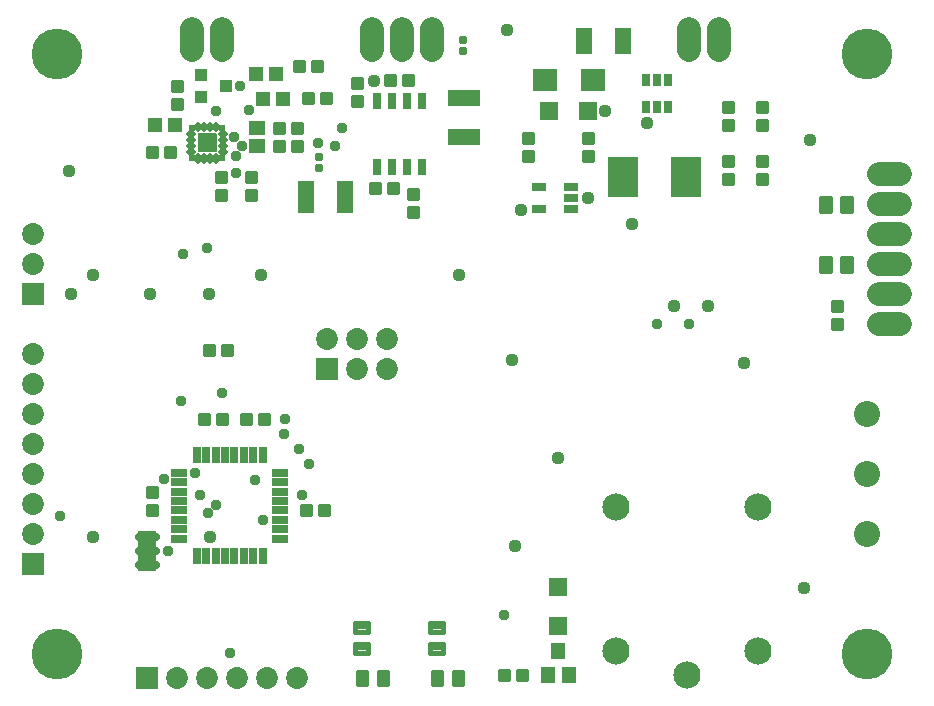
<source format=gts>
G04 EAGLE Gerber RS-274X export*
G75*
%MOMM*%
%FSLAX34Y34*%
%LPD*%
%INTop Solder Mask*%
%IPPOS*%
%AMOC8*
5,1,8,0,0,1.08239X$1,22.5*%
G01*
%ADD10C,0.425956*%
%ADD11R,2.703200X1.403200*%
%ADD12R,1.473200X2.235200*%
%ADD13R,1.303200X1.203200*%
%ADD14R,1.403200X2.703200*%
%ADD15R,1.103200X1.003200*%
%ADD16R,1.600200X1.600200*%
%ADD17R,2.003200X1.973200*%
%ADD18R,1.854200X1.854200*%
%ADD19C,1.854200*%
%ADD20C,2.303200*%
%ADD21C,0.450047*%
%ADD22R,2.503200X3.503200*%
%ADD23R,1.219200X1.346200*%
%ADD24C,0.463294*%
%ADD25R,1.473200X0.762000*%
%ADD26R,0.762000X1.473200*%
%ADD27R,0.543200X0.543200*%
%ADD28C,0.468703*%
%ADD29R,0.803200X1.403200*%
%ADD30R,0.803200X1.103200*%
%ADD31R,1.253200X0.803200*%
%ADD32C,2.003200*%
%ADD33C,2.203200*%
%ADD34C,0.653200*%
%ADD35R,1.534156X3.495038*%
%ADD36R,1.453200X1.203200*%
%ADD37C,4.303200*%
%ADD38C,1.109600*%
%ADD39C,0.959600*%

G36*
X185165Y475947D02*
X185165Y475947D01*
X185231Y475949D01*
X185274Y475967D01*
X185321Y475975D01*
X185378Y476009D01*
X185438Y476034D01*
X185473Y476065D01*
X185514Y476090D01*
X185556Y476141D01*
X185604Y476185D01*
X185626Y476227D01*
X185655Y476264D01*
X185676Y476326D01*
X185707Y476385D01*
X185715Y476439D01*
X185727Y476476D01*
X185726Y476516D01*
X185734Y476570D01*
X185734Y491170D01*
X185723Y491235D01*
X185721Y491301D01*
X185703Y491344D01*
X185695Y491391D01*
X185661Y491448D01*
X185636Y491508D01*
X185605Y491543D01*
X185580Y491584D01*
X185529Y491626D01*
X185485Y491674D01*
X185443Y491696D01*
X185406Y491725D01*
X185344Y491746D01*
X185285Y491777D01*
X185231Y491785D01*
X185194Y491797D01*
X185154Y491796D01*
X185100Y491804D01*
X170500Y491804D01*
X170435Y491793D01*
X170369Y491791D01*
X170326Y491773D01*
X170279Y491765D01*
X170222Y491731D01*
X170162Y491706D01*
X170127Y491675D01*
X170086Y491650D01*
X170045Y491599D01*
X169996Y491555D01*
X169974Y491513D01*
X169945Y491476D01*
X169924Y491414D01*
X169893Y491355D01*
X169885Y491301D01*
X169873Y491264D01*
X169873Y491252D01*
X169873Y491251D01*
X169874Y491222D01*
X169866Y491170D01*
X169866Y476570D01*
X169877Y476505D01*
X169879Y476439D01*
X169897Y476396D01*
X169905Y476349D01*
X169939Y476292D01*
X169964Y476232D01*
X169995Y476197D01*
X170020Y476156D01*
X170071Y476115D01*
X170115Y476066D01*
X170157Y476044D01*
X170194Y476015D01*
X170256Y475994D01*
X170315Y475963D01*
X170369Y475955D01*
X170406Y475943D01*
X170446Y475944D01*
X170500Y475936D01*
X185100Y475936D01*
X185165Y475947D01*
G37*
D10*
X273529Y176051D02*
X280191Y176051D01*
X280191Y169389D01*
X273529Y169389D01*
X273529Y176051D01*
X273529Y173436D02*
X280191Y173436D01*
X264951Y176051D02*
X258289Y176051D01*
X264951Y176051D02*
X264951Y169389D01*
X258289Y169389D01*
X258289Y176051D01*
X258289Y173436D02*
X264951Y173436D01*
D11*
X394970Y521960D03*
X394970Y488960D03*
D10*
X348459Y444021D02*
X348459Y437359D01*
X348459Y444021D02*
X355121Y444021D01*
X355121Y437359D01*
X348459Y437359D01*
X348459Y441406D02*
X355121Y441406D01*
X348459Y428781D02*
X348459Y422119D01*
X348459Y428781D02*
X355121Y428781D01*
X355121Y422119D01*
X348459Y422119D01*
X348459Y426166D02*
X355121Y426166D01*
X308131Y516099D02*
X308131Y522761D01*
X308131Y516099D02*
X301469Y516099D01*
X301469Y522761D01*
X308131Y522761D01*
X308131Y520146D02*
X301469Y520146D01*
X308131Y531339D02*
X308131Y538001D01*
X308131Y531339D02*
X301469Y531339D01*
X301469Y538001D01*
X308131Y538001D01*
X308131Y535386D02*
X301469Y535386D01*
X155731Y520221D02*
X155731Y513559D01*
X149069Y513559D01*
X149069Y520221D01*
X155731Y520221D01*
X155731Y517606D02*
X149069Y517606D01*
X155731Y528799D02*
X155731Y535461D01*
X155731Y528799D02*
X149069Y528799D01*
X149069Y535461D01*
X155731Y535461D01*
X155731Y532846D02*
X149069Y532846D01*
D12*
X496570Y570230D03*
X529590Y570230D03*
D10*
X503203Y476279D02*
X503203Y469617D01*
X496541Y469617D01*
X496541Y476279D01*
X503203Y476279D01*
X503203Y473664D02*
X496541Y473664D01*
X503203Y484857D02*
X503203Y491519D01*
X503203Y484857D02*
X496541Y484857D01*
X496541Y491519D01*
X503203Y491519D01*
X503203Y488904D02*
X496541Y488904D01*
X651031Y456721D02*
X651031Y450059D01*
X644369Y450059D01*
X644369Y456721D01*
X651031Y456721D01*
X651031Y454106D02*
X644369Y454106D01*
X651031Y465299D02*
X651031Y471961D01*
X651031Y465299D02*
X644369Y465299D01*
X644369Y471961D01*
X651031Y471961D01*
X651031Y469346D02*
X644369Y469346D01*
X621821Y456721D02*
X621821Y450059D01*
X615159Y450059D01*
X615159Y456721D01*
X621821Y456721D01*
X621821Y454106D02*
X615159Y454106D01*
X621821Y465299D02*
X621821Y471961D01*
X621821Y465299D02*
X615159Y465299D01*
X615159Y471961D01*
X621821Y471961D01*
X621821Y469346D02*
X615159Y469346D01*
X452911Y469109D02*
X452911Y475771D01*
X452911Y469109D02*
X446249Y469109D01*
X446249Y475771D01*
X452911Y475771D01*
X452911Y473156D02*
X446249Y473156D01*
X452911Y484349D02*
X452911Y491011D01*
X452911Y484349D02*
X446249Y484349D01*
X446249Y491011D01*
X452911Y491011D01*
X452911Y488396D02*
X446249Y488396D01*
X127479Y191291D02*
X127479Y184629D01*
X127479Y191291D02*
X134141Y191291D01*
X134141Y184629D01*
X127479Y184629D01*
X127479Y188676D02*
X134141Y188676D01*
X127479Y176051D02*
X127479Y169389D01*
X127479Y176051D02*
X134141Y176051D01*
X134141Y169389D01*
X127479Y169389D01*
X127479Y173436D02*
X134141Y173436D01*
X185899Y451329D02*
X185899Y457991D01*
X192561Y457991D01*
X192561Y451329D01*
X185899Y451329D01*
X185899Y455376D02*
X192561Y455376D01*
X185899Y442751D02*
X185899Y436089D01*
X185899Y442751D02*
X192561Y442751D01*
X192561Y436089D01*
X185899Y436089D01*
X185899Y440136D02*
X192561Y440136D01*
X211299Y451329D02*
X211299Y457991D01*
X217961Y457991D01*
X217961Y451329D01*
X211299Y451329D01*
X211299Y455376D02*
X217961Y455376D01*
X211299Y442751D02*
X211299Y436089D01*
X211299Y442751D02*
X217961Y442751D01*
X217961Y436089D01*
X211299Y436089D01*
X211299Y440136D02*
X217961Y440136D01*
X250669Y499901D02*
X257331Y499901D01*
X257331Y493239D01*
X250669Y493239D01*
X250669Y499901D01*
X250669Y497286D02*
X257331Y497286D01*
X242091Y499901D02*
X235429Y499901D01*
X242091Y499901D02*
X242091Y493239D01*
X235429Y493239D01*
X235429Y499901D01*
X235429Y497286D02*
X242091Y497286D01*
X250669Y484661D02*
X257331Y484661D01*
X257331Y477999D01*
X250669Y477999D01*
X250669Y484661D01*
X250669Y482046D02*
X257331Y482046D01*
X242091Y484661D02*
X235429Y484661D01*
X242091Y484661D02*
X242091Y477999D01*
X235429Y477999D01*
X235429Y484661D01*
X235429Y482046D02*
X242091Y482046D01*
D13*
X225180Y520700D03*
X242180Y520700D03*
X218830Y542290D03*
X235830Y542290D03*
D14*
X261630Y438150D03*
X294630Y438150D03*
D15*
X172880Y541630D03*
X172880Y522630D03*
X193880Y532130D03*
D10*
X305279Y25244D02*
X311941Y25244D01*
X305279Y25244D02*
X305279Y35716D01*
X311941Y35716D01*
X311941Y25244D01*
X311941Y29291D02*
X305279Y29291D01*
X305279Y33338D02*
X311941Y33338D01*
X323059Y25244D02*
X329721Y25244D01*
X323059Y25244D02*
X323059Y35716D01*
X329721Y35716D01*
X329721Y25244D01*
X329721Y29291D02*
X323059Y29291D01*
X323059Y33338D02*
X329721Y33338D01*
X368779Y25244D02*
X375441Y25244D01*
X368779Y25244D02*
X368779Y35716D01*
X375441Y35716D01*
X375441Y25244D01*
X375441Y29291D02*
X368779Y29291D01*
X368779Y33338D02*
X375441Y33338D01*
X386559Y25244D02*
X393221Y25244D01*
X386559Y25244D02*
X386559Y35716D01*
X393221Y35716D01*
X393221Y25244D01*
X393221Y29291D02*
X386559Y29291D01*
X386559Y33338D02*
X393221Y33338D01*
D16*
X499872Y510540D03*
X466852Y510540D03*
D17*
X463450Y537210D03*
X504290Y537210D03*
D16*
X474980Y74930D03*
X474980Y107950D03*
D18*
X279400Y292100D03*
D19*
X304800Y292100D03*
X330200Y292100D03*
X330200Y317500D03*
X304800Y317500D03*
X279400Y317500D03*
D18*
X127000Y30480D03*
D19*
X152400Y30480D03*
X177800Y30480D03*
X203200Y30480D03*
X228600Y30480D03*
X254000Y30480D03*
D18*
X30480Y127000D03*
D19*
X30480Y152400D03*
X30480Y177800D03*
X30480Y203200D03*
X30480Y228600D03*
X30480Y254000D03*
X30480Y279400D03*
X30480Y304800D03*
D18*
X30480Y355600D03*
D19*
X30480Y381000D03*
X30480Y406400D03*
D20*
X524200Y53300D03*
X524200Y175300D03*
X644200Y53300D03*
X644200Y175300D03*
X584200Y33300D03*
D13*
X150740Y499110D03*
X133740Y499110D03*
D21*
X273046Y464001D02*
X273046Y461469D01*
X270514Y461469D01*
X270514Y464001D01*
X273046Y464001D01*
X273046Y470719D02*
X273046Y473251D01*
X273046Y470719D02*
X270514Y470719D01*
X270514Y473251D01*
X273046Y473251D01*
X394966Y560529D02*
X394966Y563061D01*
X394966Y560529D02*
X392434Y560529D01*
X392434Y563061D01*
X394966Y563061D01*
X394966Y569779D02*
X394966Y572311D01*
X394966Y569779D02*
X392434Y569779D01*
X392434Y572311D01*
X394966Y572311D01*
D22*
X529760Y454660D03*
X582760Y454660D03*
D23*
X474980Y53340D03*
X483870Y33020D03*
X466090Y33020D03*
D10*
X193831Y253521D02*
X187169Y253521D01*
X193831Y253521D02*
X193831Y246859D01*
X187169Y246859D01*
X187169Y253521D01*
X187169Y250906D02*
X193831Y250906D01*
X178591Y253521D02*
X171929Y253521D01*
X178591Y253521D02*
X178591Y246859D01*
X171929Y246859D01*
X171929Y253521D01*
X171929Y250906D02*
X178591Y250906D01*
D24*
X366425Y77440D02*
X366425Y69880D01*
X366425Y77440D02*
X377795Y77440D01*
X377795Y69880D01*
X366425Y69880D01*
X366425Y74281D02*
X377795Y74281D01*
X366425Y59660D02*
X366425Y52100D01*
X366425Y59660D02*
X377795Y59660D01*
X377795Y52100D01*
X366425Y52100D01*
X366425Y56501D02*
X377795Y56501D01*
D10*
X707869Y342109D02*
X707869Y348771D01*
X714531Y348771D01*
X714531Y342109D01*
X707869Y342109D01*
X707869Y346156D02*
X714531Y346156D01*
X707869Y333531D02*
X707869Y326869D01*
X707869Y333531D02*
X714531Y333531D01*
X714531Y326869D01*
X707869Y326869D01*
X707869Y330916D02*
X714531Y330916D01*
D24*
X704820Y375315D02*
X697260Y375315D01*
X697260Y386685D01*
X704820Y386685D01*
X704820Y375315D01*
X704820Y379716D02*
X697260Y379716D01*
X697260Y384117D02*
X704820Y384117D01*
X715040Y375315D02*
X722600Y375315D01*
X715040Y375315D02*
X715040Y386685D01*
X722600Y386685D01*
X722600Y375315D01*
X722600Y379716D02*
X715040Y379716D01*
X715040Y384117D02*
X722600Y384117D01*
X704820Y426115D02*
X697260Y426115D01*
X697260Y437485D01*
X704820Y437485D01*
X704820Y426115D01*
X704820Y430516D02*
X697260Y430516D01*
X697260Y434917D02*
X704820Y434917D01*
X715040Y426115D02*
X722600Y426115D01*
X715040Y426115D02*
X715040Y437485D01*
X722600Y437485D01*
X722600Y426115D01*
X722600Y430516D02*
X715040Y430516D01*
X715040Y434917D02*
X722600Y434917D01*
D10*
X644369Y511019D02*
X644369Y517681D01*
X651031Y517681D01*
X651031Y511019D01*
X644369Y511019D01*
X644369Y515066D02*
X651031Y515066D01*
X644369Y502441D02*
X644369Y495779D01*
X644369Y502441D02*
X651031Y502441D01*
X651031Y495779D01*
X644369Y495779D01*
X644369Y499826D02*
X651031Y499826D01*
X615159Y511019D02*
X615159Y517681D01*
X621821Y517681D01*
X621821Y511019D01*
X615159Y511019D01*
X615159Y515066D02*
X621821Y515066D01*
X615159Y502441D02*
X615159Y495779D01*
X615159Y502441D02*
X621821Y502441D01*
X621821Y495779D01*
X615159Y495779D01*
X615159Y499826D02*
X621821Y499826D01*
X432591Y29689D02*
X425929Y29689D01*
X425929Y36351D01*
X432591Y36351D01*
X432591Y29689D01*
X432591Y33736D02*
X425929Y33736D01*
X441169Y29689D02*
X447831Y29689D01*
X441169Y29689D02*
X441169Y36351D01*
X447831Y36351D01*
X447831Y29689D01*
X447831Y33736D02*
X441169Y33736D01*
X229391Y253521D02*
X222729Y253521D01*
X229391Y253521D02*
X229391Y246859D01*
X222729Y246859D01*
X222729Y253521D01*
X222729Y250906D02*
X229391Y250906D01*
X214151Y253521D02*
X207489Y253521D01*
X214151Y253521D02*
X214151Y246859D01*
X207489Y246859D01*
X207489Y253521D01*
X207489Y250906D02*
X214151Y250906D01*
X182401Y305279D02*
X175739Y305279D01*
X175739Y311941D01*
X182401Y311941D01*
X182401Y305279D01*
X182401Y309326D02*
X175739Y309326D01*
X190979Y305279D02*
X197641Y305279D01*
X190979Y305279D02*
X190979Y311941D01*
X197641Y311941D01*
X197641Y305279D01*
X197641Y309326D02*
X190979Y309326D01*
X134141Y472919D02*
X127479Y472919D01*
X127479Y479581D01*
X134141Y479581D01*
X134141Y472919D01*
X134141Y476966D02*
X127479Y476966D01*
X142719Y472919D02*
X149381Y472919D01*
X142719Y472919D02*
X142719Y479581D01*
X149381Y479581D01*
X149381Y472919D01*
X149381Y476966D02*
X142719Y476966D01*
X259559Y518639D02*
X266221Y518639D01*
X259559Y518639D02*
X259559Y525301D01*
X266221Y525301D01*
X266221Y518639D01*
X266221Y522686D02*
X259559Y522686D01*
X274799Y518639D02*
X281461Y518639D01*
X274799Y518639D02*
X274799Y525301D01*
X281461Y525301D01*
X281461Y518639D01*
X281461Y522686D02*
X274799Y522686D01*
X258601Y545309D02*
X251939Y545309D01*
X251939Y551971D01*
X258601Y551971D01*
X258601Y545309D01*
X258601Y549356D02*
X251939Y549356D01*
X267179Y545309D02*
X273841Y545309D01*
X267179Y545309D02*
X267179Y551971D01*
X273841Y551971D01*
X273841Y545309D01*
X273841Y549356D02*
X267179Y549356D01*
X331949Y449101D02*
X338611Y449101D01*
X338611Y442439D01*
X331949Y442439D01*
X331949Y449101D01*
X331949Y446486D02*
X338611Y446486D01*
X323371Y449101D02*
X316709Y449101D01*
X323371Y449101D02*
X323371Y442439D01*
X316709Y442439D01*
X316709Y449101D01*
X316709Y446486D02*
X323371Y446486D01*
X344649Y540541D02*
X351311Y540541D01*
X351311Y533879D01*
X344649Y533879D01*
X344649Y540541D01*
X344649Y537926D02*
X351311Y537926D01*
X336071Y540541D02*
X329409Y540541D01*
X336071Y540541D02*
X336071Y533879D01*
X329409Y533879D01*
X329409Y540541D01*
X329409Y537926D02*
X336071Y537926D01*
D24*
X302925Y77440D02*
X302925Y69880D01*
X302925Y77440D02*
X314295Y77440D01*
X314295Y69880D01*
X302925Y69880D01*
X302925Y74281D02*
X314295Y74281D01*
X302925Y59660D02*
X302925Y52100D01*
X302925Y59660D02*
X314295Y59660D01*
X314295Y52100D01*
X302925Y52100D01*
X302925Y56501D02*
X314295Y56501D01*
D25*
X153924Y204530D03*
X153924Y196530D03*
X153924Y188530D03*
X153924Y180530D03*
X153924Y172530D03*
X153924Y164530D03*
X153924Y156530D03*
X153924Y148530D03*
D26*
X168850Y133604D03*
X176850Y133604D03*
X184850Y133604D03*
X192850Y133604D03*
X200850Y133604D03*
X208850Y133604D03*
X216850Y133604D03*
X224850Y133604D03*
D25*
X239776Y148530D03*
X239776Y156530D03*
X239776Y164530D03*
X239776Y172530D03*
X239776Y180530D03*
X239776Y188530D03*
X239776Y196530D03*
X239776Y204530D03*
D26*
X224850Y219456D03*
X216850Y219456D03*
X208850Y219456D03*
X200850Y219456D03*
X192850Y219456D03*
X184850Y219456D03*
X176850Y219456D03*
X168850Y219456D03*
D27*
X165050Y496520D03*
D28*
X162727Y491443D02*
X162727Y491297D01*
X162727Y491443D02*
X166173Y491443D01*
X166173Y491297D01*
X162727Y491297D01*
X162727Y486443D02*
X162727Y486297D01*
X162727Y486443D02*
X166173Y486443D01*
X166173Y486297D01*
X162727Y486297D01*
X162727Y481443D02*
X162727Y481297D01*
X162727Y481443D02*
X166173Y481443D01*
X166173Y481297D01*
X162727Y481297D01*
X162727Y476443D02*
X162727Y476297D01*
X162727Y476443D02*
X166173Y476443D01*
X166173Y476297D01*
X162727Y476297D01*
D27*
X165150Y471220D03*
D28*
X170227Y472243D02*
X170373Y472243D01*
X170373Y468797D01*
X170227Y468797D01*
X170227Y472243D01*
X175227Y472243D02*
X175373Y472243D01*
X175373Y468797D01*
X175227Y468797D01*
X175227Y472243D01*
X180227Y472243D02*
X180373Y472243D01*
X180373Y468797D01*
X180227Y468797D01*
X180227Y472243D01*
X185227Y472243D02*
X185373Y472243D01*
X185373Y468797D01*
X185227Y468797D01*
X185227Y472243D01*
D27*
X190450Y471220D03*
D28*
X192873Y476297D02*
X192873Y476443D01*
X192873Y476297D02*
X189427Y476297D01*
X189427Y476443D01*
X192873Y476443D01*
X192873Y481297D02*
X192873Y481443D01*
X192873Y481297D02*
X189427Y481297D01*
X189427Y481443D01*
X192873Y481443D01*
X192873Y486297D02*
X192873Y486443D01*
X192873Y486297D02*
X189427Y486297D01*
X189427Y486443D01*
X192873Y486443D01*
X192873Y491297D02*
X192873Y491443D01*
X192873Y491297D02*
X189427Y491297D01*
X189427Y491443D01*
X192873Y491443D01*
D27*
X190450Y496520D03*
D28*
X185373Y495497D02*
X185227Y495497D01*
X185227Y498943D01*
X185373Y498943D01*
X185373Y495497D01*
X180373Y495497D02*
X180227Y495497D01*
X180227Y498943D01*
X180373Y498943D01*
X180373Y495497D01*
X175373Y495497D02*
X175227Y495497D01*
X175227Y498943D01*
X175373Y498943D01*
X175373Y495497D01*
X170373Y495497D02*
X170227Y495497D01*
X170227Y498943D01*
X170373Y498943D01*
X170373Y495497D01*
D29*
X321310Y463490D03*
X334010Y463490D03*
X346710Y463490D03*
X359410Y463490D03*
X359410Y519490D03*
X346710Y519490D03*
X334010Y519490D03*
X321310Y519490D03*
D30*
X549300Y514280D03*
X558800Y514280D03*
X568300Y514280D03*
X568300Y537280D03*
X558800Y537280D03*
X549300Y537280D03*
D31*
X485940Y427380D03*
X485940Y436880D03*
X485940Y446380D03*
X458940Y427380D03*
X458940Y446380D03*
D32*
X165100Y562500D02*
X165100Y580500D01*
X190500Y580500D02*
X190500Y562500D01*
X317500Y562500D02*
X317500Y580500D01*
X342900Y580500D02*
X342900Y562500D01*
X368300Y562500D02*
X368300Y580500D01*
D33*
X736350Y152189D03*
X736350Y202989D03*
X736350Y253789D03*
D32*
X746650Y330200D02*
X764650Y330200D01*
X764650Y355600D02*
X746650Y355600D01*
X746650Y381000D02*
X764650Y381000D01*
X764650Y406400D02*
X746650Y406400D01*
X746650Y431800D02*
X764650Y431800D01*
X764650Y457200D02*
X746650Y457200D01*
X585470Y562500D02*
X585470Y580500D01*
X610870Y580500D02*
X610870Y562500D01*
D34*
X134275Y150430D02*
X119725Y150430D01*
X119725Y138430D02*
X134275Y138430D01*
X134275Y126430D02*
X119725Y126430D01*
D35*
X126975Y138455D03*
D36*
X219710Y481450D03*
X219710Y496450D03*
D37*
X50800Y558800D03*
X50800Y50800D03*
X736600Y50800D03*
X736600Y558800D03*
D38*
X500380Y436880D03*
D39*
X144780Y138430D03*
X177800Y394970D03*
X155702Y265430D03*
X218440Y198120D03*
X140970Y199390D03*
D38*
X60960Y459740D03*
X431800Y579120D03*
X435610Y299720D03*
X438150Y142240D03*
X683260Y106680D03*
X632460Y297180D03*
X688340Y486410D03*
D39*
X190500Y271780D03*
X171958Y185928D03*
X184912Y177292D03*
X178308Y170688D03*
X196850Y52070D03*
X167640Y204470D03*
X207010Y481330D03*
X213360Y511810D03*
X200660Y488950D03*
X205740Y532130D03*
X292100Y496570D03*
X285750Y481330D03*
X271780Y483870D03*
X185420Y510540D03*
X157480Y389890D03*
X243840Y250190D03*
X242570Y237490D03*
X255270Y224790D03*
X264160Y212090D03*
X429260Y83820D03*
X257810Y185420D03*
D38*
X474980Y217170D03*
X537210Y415290D03*
X391160Y372110D03*
X223520Y372110D03*
X81280Y372110D03*
X81280Y149860D03*
D39*
X224790Y164592D03*
X53340Y167640D03*
X201930Y472440D03*
X201930Y458470D03*
D38*
X443230Y426720D03*
X318770Y535940D03*
X572770Y345440D03*
X601980Y345440D03*
X180340Y149860D03*
X62230Y355600D03*
X129540Y355600D03*
X179070Y355600D03*
D39*
X558800Y330200D03*
X585470Y330200D03*
D38*
X514350Y510540D03*
X549910Y500380D03*
M02*

</source>
